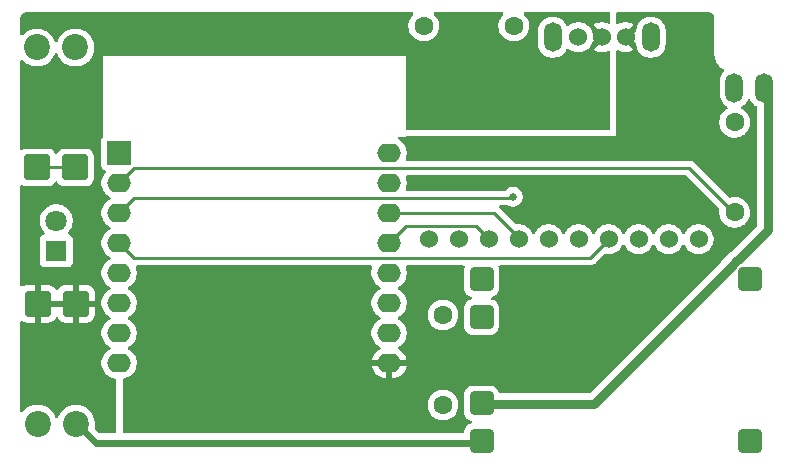
<source format=gbr>
%TF.GenerationSoftware,KiCad,Pcbnew,9.0.2*%
%TF.CreationDate,2025-07-07T21:27:42-04:00*%
%TF.ProjectId,CVISS_IMU_Tracker_Board,43564953-535f-4494-9d55-5f547261636b,rev?*%
%TF.SameCoordinates,Original*%
%TF.FileFunction,Copper,L1,Top*%
%TF.FilePolarity,Positive*%
%FSLAX46Y46*%
G04 Gerber Fmt 4.6, Leading zero omitted, Abs format (unit mm)*
G04 Created by KiCad (PCBNEW 9.0.2) date 2025-07-07 21:27:42*
%MOMM*%
%LPD*%
G01*
G04 APERTURE LIST*
G04 Aperture macros list*
%AMRoundRect*
0 Rectangle with rounded corners*
0 $1 Rounding radius*
0 $2 $3 $4 $5 $6 $7 $8 $9 X,Y pos of 4 corners*
0 Add a 4 corners polygon primitive as box body*
4,1,4,$2,$3,$4,$5,$6,$7,$8,$9,$2,$3,0*
0 Add four circle primitives for the rounded corners*
1,1,$1+$1,$2,$3*
1,1,$1+$1,$4,$5*
1,1,$1+$1,$6,$7*
1,1,$1+$1,$8,$9*
0 Add four rect primitives between the rounded corners*
20,1,$1+$1,$2,$3,$4,$5,0*
20,1,$1+$1,$4,$5,$6,$7,0*
20,1,$1+$1,$6,$7,$8,$9,0*
20,1,$1+$1,$8,$9,$2,$3,0*%
G04 Aperture macros list end*
%TA.AperFunction,ComponentPad*%
%ADD10RoundRect,0.249999X-0.850001X0.850001X-0.850001X-0.850001X0.850001X-0.850001X0.850001X0.850001X0*%
%TD*%
%TA.AperFunction,ComponentPad*%
%ADD11C,2.200000*%
%TD*%
%TA.AperFunction,ComponentPad*%
%ADD12C,1.600000*%
%TD*%
%TA.AperFunction,SMDPad,CuDef*%
%ADD13RoundRect,0.300000X-0.700000X-0.700000X0.700000X-0.700000X0.700000X0.700000X-0.700000X0.700000X0*%
%TD*%
%TA.AperFunction,ComponentPad*%
%ADD14R,2.000000X2.000000*%
%TD*%
%TA.AperFunction,ComponentPad*%
%ADD15O,2.000000X1.600000*%
%TD*%
%TA.AperFunction,ComponentPad*%
%ADD16C,1.530000*%
%TD*%
%TA.AperFunction,ComponentPad*%
%ADD17R,1.800000X1.800000*%
%TD*%
%TA.AperFunction,ComponentPad*%
%ADD18C,1.800000*%
%TD*%
%TA.AperFunction,ComponentPad*%
%ADD19RoundRect,0.249999X0.850001X-0.850001X0.850001X0.850001X-0.850001X0.850001X-0.850001X-0.850001X0*%
%TD*%
%TA.AperFunction,SMDPad,CuDef*%
%ADD20O,1.500000X2.500000*%
%TD*%
%TA.AperFunction,ComponentPad*%
%ADD21O,1.500000X2.500000*%
%TD*%
%TA.AperFunction,ViaPad*%
%ADD22C,1.200000*%
%TD*%
%TA.AperFunction,ViaPad*%
%ADD23C,0.650000*%
%TD*%
%TA.AperFunction,Conductor*%
%ADD24C,0.250000*%
%TD*%
%TA.AperFunction,Conductor*%
%ADD25C,0.600000*%
%TD*%
%TA.AperFunction,Conductor*%
%ADD26C,0.800000*%
%TD*%
G04 APERTURE END LIST*
D10*
%TO.P,D3,1,K*%
%TO.N,+5V*%
X128250000Y-109320000D03*
D11*
%TO.P,D3,2,A*%
%TO.N,/OUT+*%
X128250000Y-119480000D03*
%TD*%
D12*
%TO.P,R2,1*%
%TO.N,Net-(U1-D0)*%
X165310000Y-85790000D03*
%TO.P,R2,2*%
%TO.N,Net-(D1-A)*%
X157690000Y-85790000D03*
%TD*%
D13*
%TO.P,U3,1,OUT+*%
%TO.N,/OUT+*%
X162590000Y-120960000D03*
%TO.P,U3,2,B+*%
%TO.N,/B+*%
X162590000Y-117760000D03*
%TO.P,U3,3,B-*%
%TO.N,GND*%
X162590000Y-110460000D03*
%TO.P,U3,4,OUT-*%
X162590000Y-107260000D03*
%TO.P,U3,5,IN+*%
%TO.N,/IN+*%
X185290000Y-120960000D03*
%TO.P,U3,6,IN-*%
%TO.N,GND*%
X185290000Y-107260000D03*
%TD*%
D14*
%TO.P,U1,1,~{RST}*%
%TO.N,unconnected-(U1-~{RST}-Pad1)*%
X131905000Y-96570000D03*
D15*
%TO.P,U1,2,A0*%
%TO.N,Net-(U1-A0)*%
X131905000Y-99110000D03*
%TO.P,U1,3,D0*%
%TO.N,Net-(U1-D0)*%
X131905000Y-101650000D03*
%TO.P,U1,4,SCK/D5*%
%TO.N,/INT*%
X131905000Y-104190000D03*
%TO.P,U1,5,MISO/D6*%
%TO.N,unconnected-(U1-MISO{slash}D6-Pad5)*%
X131905000Y-106730000D03*
%TO.P,U1,6,MOSI/D7*%
%TO.N,unconnected-(U1-MOSI{slash}D7-Pad6)*%
X131905000Y-109270000D03*
%TO.P,U1,7,CS/D8*%
%TO.N,unconnected-(U1-CS{slash}D8-Pad7)*%
X131905000Y-111810000D03*
%TO.P,U1,8,3V3*%
%TO.N,+3.3V*%
X131905000Y-114350000D03*
%TO.P,U1,9,5V*%
%TO.N,/5V_SW*%
X154765000Y-114350000D03*
%TO.P,U1,10,GND*%
%TO.N,GND*%
X154765000Y-111810000D03*
%TO.P,U1,11,D4*%
%TO.N,unconnected-(U1-D4-Pad11)*%
X154765000Y-109270000D03*
%TO.P,U1,12,D3*%
%TO.N,unconnected-(U1-D3-Pad12)*%
X154765000Y-106730000D03*
%TO.P,U1,13,SDA/D2*%
%TO.N,/SCL*%
X154765000Y-104190000D03*
%TO.P,U1,14,SCL/D1*%
%TO.N,/SDA*%
X154765000Y-101650000D03*
%TO.P,U1,15,RX*%
%TO.N,unconnected-(U1-RX-Pad15)*%
X154765000Y-99110000D03*
%TO.P,U1,16,TX*%
%TO.N,unconnected-(U1-TX-Pad16)*%
X154765000Y-96570000D03*
%TD*%
D16*
%TO.P,U2,1,VCC*%
%TO.N,+3.3V*%
X158110000Y-103860000D03*
%TO.P,U2,2,GND*%
%TO.N,GND*%
X160650000Y-103860000D03*
%TO.P,U2,3,SCL*%
%TO.N,/SCL*%
X163190000Y-103860000D03*
%TO.P,U2,4,SDA*%
%TO.N,/SDA*%
X165730000Y-103860000D03*
%TO.P,U2,5,ADO*%
%TO.N,GND*%
X168270000Y-103860000D03*
%TO.P,U2,6,CS*%
%TO.N,unconnected-(U2-CS-Pad6)*%
X170810000Y-103860000D03*
%TO.P,U2,7,INT*%
%TO.N,/INT*%
X173350000Y-103860000D03*
%TO.P,U2,8,RST*%
%TO.N,unconnected-(U2-RST-Pad8)*%
X175890000Y-103860000D03*
%TO.P,U2,9,PS1*%
%TO.N,unconnected-(U2-PS1-Pad9)*%
X178430000Y-103860000D03*
%TO.P,U2,10,PS0*%
%TO.N,unconnected-(U2-PS0-Pad10)*%
X180970000Y-103860000D03*
%TD*%
D17*
%TO.P,D5,1,K*%
%TO.N,GND*%
X126590000Y-104835000D03*
D18*
%TO.P,D5,2,A*%
%TO.N,/GP_LED*%
X126590000Y-102295000D03*
%TD*%
D19*
%TO.P,D1,1,K*%
%TO.N,/GP_LED*%
X124950000Y-97790000D03*
D11*
%TO.P,D1,2,A*%
%TO.N,Net-(D1-A)*%
X124950000Y-87630000D03*
%TD*%
D10*
%TO.P,D2,1,K*%
%TO.N,+5V*%
X125000000Y-109320000D03*
D11*
%TO.P,D2,2,A*%
%TO.N,/IN+*%
X125000000Y-119480000D03*
%TD*%
D12*
%TO.P,R1,1*%
%TO.N,Net-(U1-A0)*%
X184010000Y-101590000D03*
%TO.P,R1,2*%
%TO.N,/B+*%
X184010000Y-93970000D03*
%TD*%
D20*
%TO.P,U4,1,+*%
%TO.N,/B+*%
X186490000Y-91040000D03*
%TO.P,U4,2,-*%
%TO.N,GND*%
X183990000Y-91040000D03*
%TD*%
D12*
%TO.P,R3,1*%
%TO.N,/IN+*%
X159330000Y-117890000D03*
%TO.P,R3,2*%
%TO.N,/PWR_LED*%
X159330000Y-110270000D03*
%TD*%
D19*
%TO.P,D4,1,K*%
%TO.N,/GP_LED*%
X128200000Y-97790000D03*
D11*
%TO.P,D4,2,A*%
%TO.N,/PWR_LED*%
X128200000Y-87630000D03*
%TD*%
D16*
%TO.P,SW1,1,A*%
%TO.N,+5V*%
X172780000Y-86760000D03*
%TO.P,SW1,2*%
%TO.N,N/C*%
X170780000Y-86760000D03*
D21*
%TO.P,SW1,3*%
X168630000Y-86760000D03*
D16*
%TO.P,SW1,4,B*%
%TO.N,/5V_SW*%
X174780000Y-86760000D03*
D21*
%TO.P,SW1,5*%
%TO.N,N/C*%
X176930000Y-86760000D03*
%TD*%
D22*
%TO.N,GND*%
X183990000Y-91040000D03*
X162590000Y-110460000D03*
X162590000Y-107260000D03*
X185290000Y-107260000D03*
%TO.N,/IN+*%
X185290000Y-120960000D03*
D23*
%TO.N,/B+*%
X186490000Y-91040000D03*
%TO.N,Net-(U1-D0)*%
X165260000Y-100270000D03*
%TD*%
D24*
%TO.N,/GP_LED*%
X128200000Y-97790000D02*
X124950000Y-97790000D01*
%TO.N,/INT*%
X133165000Y-105450000D02*
X131905000Y-104190000D01*
X173350000Y-103860000D02*
X171760000Y-105450000D01*
X171760000Y-105450000D02*
X133165000Y-105450000D01*
%TO.N,/SCL*%
X162099000Y-102769000D02*
X156186000Y-102769000D01*
X156186000Y-102769000D02*
X154765000Y-104190000D01*
X163190000Y-103860000D02*
X162099000Y-102769000D01*
%TO.N,Net-(U1-A0)*%
X131905000Y-99110000D02*
X133185000Y-97830000D01*
X183810000Y-101450000D02*
X184340000Y-101450000D01*
X133185000Y-97830000D02*
X180190000Y-97830000D01*
X180190000Y-97830000D02*
X183810000Y-101450000D01*
%TO.N,Net-(D1-A)*%
X124960000Y-87070000D02*
X124960000Y-87510000D01*
%TO.N,/SDA*%
X165845000Y-103845000D02*
X163650000Y-101650000D01*
X163650000Y-101650000D02*
X154765000Y-101650000D01*
D25*
%TO.N,/OUT+*%
X162600000Y-121010000D02*
X162510000Y-121100000D01*
X129920000Y-121100000D02*
X128300000Y-119480000D01*
X162510000Y-121100000D02*
X129920000Y-121100000D01*
D26*
%TO.N,/B+*%
X186840000Y-91390000D02*
X186840000Y-103090000D01*
X183689000Y-106186792D02*
X183689000Y-106241000D01*
X184271000Y-105659000D02*
X184216792Y-105659000D01*
X186490000Y-91040000D02*
X186840000Y-91390000D01*
X184216792Y-105659000D02*
X183689000Y-106186792D01*
X183689000Y-106241000D02*
X172120000Y-117810000D01*
X172120000Y-117810000D02*
X163190000Y-117810000D01*
X186840000Y-103090000D02*
X184271000Y-105659000D01*
X163190000Y-117810000D02*
X162885000Y-117505000D01*
D25*
%TO.N,+3.3V*%
X158030000Y-104040000D02*
X158150000Y-103920000D01*
X158150000Y-103920000D02*
X158500000Y-103920000D01*
D24*
%TO.N,/PWR_LED*%
X128210000Y-87510000D02*
X128210000Y-87070000D01*
X159330000Y-110390000D02*
X159220000Y-110500000D01*
%TO.N,Net-(U1-D0)*%
X133175000Y-100380000D02*
X131905000Y-101650000D01*
X165150000Y-100380000D02*
X133175000Y-100380000D01*
X165260000Y-100270000D02*
X165260000Y-100310000D01*
%TD*%
%TA.AperFunction,Conductor*%
%TO.N,+5V*%
G36*
X156777992Y-84650185D02*
G01*
X156823747Y-84702989D01*
X156833691Y-84772147D01*
X156804666Y-84835703D01*
X156798634Y-84842181D01*
X156698032Y-84942782D01*
X156698028Y-84942786D01*
X156577715Y-85108386D01*
X156484781Y-85290776D01*
X156421522Y-85485465D01*
X156389500Y-85687648D01*
X156389500Y-85892351D01*
X156421522Y-86094534D01*
X156484781Y-86289223D01*
X156577715Y-86471613D01*
X156698028Y-86637213D01*
X156842786Y-86781971D01*
X156965182Y-86870895D01*
X157008390Y-86902287D01*
X157106901Y-86952481D01*
X157190776Y-86995218D01*
X157190778Y-86995218D01*
X157190781Y-86995220D01*
X157253569Y-87015621D01*
X157385465Y-87058477D01*
X157439321Y-87067007D01*
X157587648Y-87090500D01*
X157587649Y-87090500D01*
X157792351Y-87090500D01*
X157792352Y-87090500D01*
X157994534Y-87058477D01*
X158189219Y-86995220D01*
X158371610Y-86902287D01*
X158464590Y-86834732D01*
X158537213Y-86781971D01*
X158537215Y-86781968D01*
X158537219Y-86781966D01*
X158681966Y-86637219D01*
X158681968Y-86637215D01*
X158681971Y-86637213D01*
X158747577Y-86546912D01*
X158802287Y-86471610D01*
X158895220Y-86289219D01*
X158958477Y-86094534D01*
X158990500Y-85892352D01*
X158990500Y-85687648D01*
X158980272Y-85623071D01*
X158958477Y-85485465D01*
X158895218Y-85290776D01*
X158832130Y-85166961D01*
X158802287Y-85108390D01*
X158760255Y-85050537D01*
X158681971Y-84942786D01*
X158581366Y-84842181D01*
X158547881Y-84780858D01*
X158552865Y-84711166D01*
X158594737Y-84655233D01*
X158660201Y-84630816D01*
X158669047Y-84630500D01*
X164330953Y-84630500D01*
X164397992Y-84650185D01*
X164443747Y-84702989D01*
X164453691Y-84772147D01*
X164424666Y-84835703D01*
X164418634Y-84842181D01*
X164318032Y-84942782D01*
X164318028Y-84942786D01*
X164197715Y-85108386D01*
X164104781Y-85290776D01*
X164041522Y-85485465D01*
X164009500Y-85687648D01*
X164009500Y-85892351D01*
X164041522Y-86094534D01*
X164104781Y-86289223D01*
X164197715Y-86471613D01*
X164318028Y-86637213D01*
X164462786Y-86781971D01*
X164585182Y-86870895D01*
X164628390Y-86902287D01*
X164726901Y-86952481D01*
X164810776Y-86995218D01*
X164810778Y-86995218D01*
X164810781Y-86995220D01*
X164873569Y-87015621D01*
X165005465Y-87058477D01*
X165059321Y-87067007D01*
X165207648Y-87090500D01*
X165207649Y-87090500D01*
X165412351Y-87090500D01*
X165412352Y-87090500D01*
X165614534Y-87058477D01*
X165809219Y-86995220D01*
X165991610Y-86902287D01*
X166084590Y-86834732D01*
X166157213Y-86781971D01*
X166157215Y-86781968D01*
X166157219Y-86781966D01*
X166301966Y-86637219D01*
X166301968Y-86637215D01*
X166301971Y-86637213D01*
X166367577Y-86546912D01*
X166422287Y-86471610D01*
X166515220Y-86289219D01*
X166578477Y-86094534D01*
X166610500Y-85892352D01*
X166610500Y-85687648D01*
X166600272Y-85623071D01*
X166578477Y-85485465D01*
X166515218Y-85290776D01*
X166452130Y-85166961D01*
X166422287Y-85108390D01*
X166380255Y-85050537D01*
X166301971Y-84942786D01*
X166201366Y-84842181D01*
X166167881Y-84780858D01*
X166172865Y-84711166D01*
X166214737Y-84655233D01*
X166280201Y-84630816D01*
X166289047Y-84630500D01*
X173360500Y-84630500D01*
X173427539Y-84650185D01*
X173473294Y-84702989D01*
X173484500Y-84754500D01*
X173484500Y-85496867D01*
X173464815Y-85563906D01*
X173412011Y-85609661D01*
X173342853Y-85619605D01*
X173304205Y-85607352D01*
X173265594Y-85587679D01*
X173076222Y-85526147D01*
X172879563Y-85495000D01*
X172680437Y-85495000D01*
X172483777Y-85526147D01*
X172294405Y-85587679D01*
X172116990Y-85678077D01*
X172079135Y-85705580D01*
X172079135Y-85705581D01*
X172650591Y-86277037D01*
X172587007Y-86294075D01*
X172472993Y-86359901D01*
X172379901Y-86452993D01*
X172314075Y-86567007D01*
X172297037Y-86630591D01*
X171978797Y-86312351D01*
X171955911Y-86278092D01*
X171954997Y-86278559D01*
X171952785Y-86274217D01*
X171862353Y-86096734D01*
X171745269Y-85935582D01*
X171604418Y-85794731D01*
X171443266Y-85677647D01*
X171414655Y-85663069D01*
X171265780Y-85587213D01*
X171076342Y-85525661D01*
X170928782Y-85502290D01*
X170879597Y-85494500D01*
X170680403Y-85494500D01*
X170614822Y-85504887D01*
X170483659Y-85525661D01*
X170483656Y-85525661D01*
X170294219Y-85587213D01*
X170116730Y-85677649D01*
X169956866Y-85793797D01*
X169891060Y-85817277D01*
X169823006Y-85801451D01*
X169774311Y-85751346D01*
X169773496Y-85749774D01*
X169736965Y-85678077D01*
X169699524Y-85604595D01*
X169583828Y-85445354D01*
X169444646Y-85306172D01*
X169285405Y-85190476D01*
X169239254Y-85166961D01*
X169110029Y-85101117D01*
X168922826Y-85040290D01*
X168728422Y-85009500D01*
X168728417Y-85009500D01*
X168531583Y-85009500D01*
X168531578Y-85009500D01*
X168337173Y-85040290D01*
X168149970Y-85101117D01*
X167974594Y-85190476D01*
X167883741Y-85256485D01*
X167815354Y-85306172D01*
X167815352Y-85306174D01*
X167815351Y-85306174D01*
X167676174Y-85445351D01*
X167676174Y-85445352D01*
X167676172Y-85445354D01*
X167626485Y-85513741D01*
X167560476Y-85604594D01*
X167471117Y-85779970D01*
X167410290Y-85967173D01*
X167379500Y-86161577D01*
X167379500Y-87358422D01*
X167410290Y-87552826D01*
X167471117Y-87740029D01*
X167523254Y-87842353D01*
X167560476Y-87915405D01*
X167676172Y-88074646D01*
X167815354Y-88213828D01*
X167974595Y-88329524D01*
X168054034Y-88370000D01*
X168149970Y-88418882D01*
X168149972Y-88418882D01*
X168149975Y-88418884D01*
X168250317Y-88451487D01*
X168337173Y-88479709D01*
X168531578Y-88510500D01*
X168531583Y-88510500D01*
X168728422Y-88510500D01*
X168922826Y-88479709D01*
X169110025Y-88418884D01*
X169285405Y-88329524D01*
X169444646Y-88213828D01*
X169583828Y-88074646D01*
X169699524Y-87915405D01*
X169773496Y-87770226D01*
X169821470Y-87719429D01*
X169889291Y-87702634D01*
X169955426Y-87725171D01*
X169956811Y-87726162D01*
X170116734Y-87842353D01*
X170224344Y-87897183D01*
X170294219Y-87932786D01*
X170483657Y-87994338D01*
X170483658Y-87994338D01*
X170483661Y-87994339D01*
X170680403Y-88025500D01*
X170680404Y-88025500D01*
X170879596Y-88025500D01*
X170879597Y-88025500D01*
X171076339Y-87994339D01*
X171076342Y-87994338D01*
X171076343Y-87994338D01*
X171265780Y-87932786D01*
X171265780Y-87932785D01*
X171265783Y-87932785D01*
X171443266Y-87842353D01*
X171604418Y-87725269D01*
X171745269Y-87584418D01*
X171862353Y-87423266D01*
X171952785Y-87245783D01*
X171952785Y-87245780D01*
X171954997Y-87241441D01*
X171955912Y-87241907D01*
X171978798Y-87207645D01*
X172297036Y-86889406D01*
X172314075Y-86952993D01*
X172379901Y-87067007D01*
X172472993Y-87160099D01*
X172587007Y-87225925D01*
X172650589Y-87242962D01*
X172079134Y-87814417D01*
X172116994Y-87841924D01*
X172294405Y-87932320D01*
X172483777Y-87993852D01*
X172680437Y-88025000D01*
X172879563Y-88025000D01*
X173076222Y-87993852D01*
X173265593Y-87932321D01*
X173304203Y-87912648D01*
X173372872Y-87899751D01*
X173437613Y-87926026D01*
X173477871Y-87983132D01*
X173484500Y-88023132D01*
X173484500Y-94474960D01*
X173464815Y-94541999D01*
X173412011Y-94587754D01*
X173360937Y-94598959D01*
X156279437Y-94659175D01*
X156212329Y-94639727D01*
X156166388Y-94587085D01*
X156155000Y-94535176D01*
X156155000Y-88370000D01*
X130555000Y-88370000D01*
X130555000Y-95161102D01*
X130535315Y-95228141D01*
X130530267Y-95235413D01*
X130461203Y-95327669D01*
X130461202Y-95327671D01*
X130410908Y-95462517D01*
X130404501Y-95522116D01*
X130404501Y-95522123D01*
X130404500Y-95522135D01*
X130404500Y-97617870D01*
X130404501Y-97617876D01*
X130410908Y-97677483D01*
X130461202Y-97812328D01*
X130461206Y-97812335D01*
X130547452Y-97927544D01*
X130547455Y-97927547D01*
X130662664Y-98013793D01*
X130662673Y-98013798D01*
X130699914Y-98027688D01*
X130755848Y-98069559D01*
X130780266Y-98135023D01*
X130765415Y-98203296D01*
X130744265Y-98231550D01*
X130713027Y-98262787D01*
X130592715Y-98428386D01*
X130499781Y-98610776D01*
X130436522Y-98805465D01*
X130404500Y-99007648D01*
X130404500Y-99212351D01*
X130436522Y-99414534D01*
X130499781Y-99609223D01*
X130563691Y-99734653D01*
X130573804Y-99754500D01*
X130592715Y-99791613D01*
X130713028Y-99957213D01*
X130857786Y-100101971D01*
X131012749Y-100214556D01*
X131023390Y-100222287D01*
X131114840Y-100268883D01*
X131116080Y-100269515D01*
X131166876Y-100317490D01*
X131183671Y-100385311D01*
X131161134Y-100451446D01*
X131116080Y-100490485D01*
X131023386Y-100537715D01*
X130857786Y-100658028D01*
X130713028Y-100802786D01*
X130592715Y-100968386D01*
X130499781Y-101150776D01*
X130436522Y-101345465D01*
X130407702Y-101527429D01*
X130404500Y-101547648D01*
X130404500Y-101752352D01*
X130405299Y-101757394D01*
X130436522Y-101954534D01*
X130499781Y-102149223D01*
X130561292Y-102269943D01*
X130590239Y-102326755D01*
X130592715Y-102331613D01*
X130713028Y-102497213D01*
X130857786Y-102641971D01*
X131012749Y-102754556D01*
X131023390Y-102762287D01*
X131113211Y-102808053D01*
X131116080Y-102809515D01*
X131166876Y-102857490D01*
X131183671Y-102925311D01*
X131161134Y-102991446D01*
X131116080Y-103030485D01*
X131023386Y-103077715D01*
X130857786Y-103198028D01*
X130713028Y-103342786D01*
X130592715Y-103508386D01*
X130499781Y-103690776D01*
X130436522Y-103885465D01*
X130404500Y-104087648D01*
X130404500Y-104292351D01*
X130436522Y-104494534D01*
X130499781Y-104689223D01*
X130592715Y-104871613D01*
X130713028Y-105037213D01*
X130857786Y-105181971D01*
X130994546Y-105281331D01*
X131023390Y-105302287D01*
X131105855Y-105344305D01*
X131116080Y-105349515D01*
X131166876Y-105397490D01*
X131183671Y-105465311D01*
X131161134Y-105531446D01*
X131116080Y-105570485D01*
X131023386Y-105617715D01*
X130857786Y-105738028D01*
X130713028Y-105882786D01*
X130592715Y-106048386D01*
X130499781Y-106230776D01*
X130436522Y-106425465D01*
X130404500Y-106627648D01*
X130404500Y-106832351D01*
X130436522Y-107034534D01*
X130499781Y-107229223D01*
X130592715Y-107411613D01*
X130713028Y-107577213D01*
X130857786Y-107721971D01*
X130945428Y-107785645D01*
X131023390Y-107842287D01*
X131114840Y-107888883D01*
X131116080Y-107889515D01*
X131166876Y-107937490D01*
X131183671Y-108005311D01*
X131161134Y-108071446D01*
X131116080Y-108110485D01*
X131023386Y-108157715D01*
X130857786Y-108278028D01*
X130713028Y-108422786D01*
X130592715Y-108588386D01*
X130499781Y-108770776D01*
X130436522Y-108965465D01*
X130404500Y-109167648D01*
X130404500Y-109372351D01*
X130436522Y-109574534D01*
X130499781Y-109769223D01*
X130592715Y-109951613D01*
X130713028Y-110117213D01*
X130857786Y-110261971D01*
X131012749Y-110374556D01*
X131023390Y-110382287D01*
X131114840Y-110428883D01*
X131116080Y-110429515D01*
X131166876Y-110477490D01*
X131183671Y-110545311D01*
X131161134Y-110611446D01*
X131116080Y-110650485D01*
X131023386Y-110697715D01*
X130857786Y-110818028D01*
X130713028Y-110962786D01*
X130592715Y-111128386D01*
X130499781Y-111310776D01*
X130436522Y-111505465D01*
X130404500Y-111707648D01*
X130404500Y-111912351D01*
X130436522Y-112114534D01*
X130499781Y-112309223D01*
X130592715Y-112491613D01*
X130713028Y-112657213D01*
X130857786Y-112801971D01*
X131012749Y-112914556D01*
X131023390Y-112922287D01*
X131114840Y-112968883D01*
X131116080Y-112969515D01*
X131166876Y-113017490D01*
X131183671Y-113085311D01*
X131161134Y-113151446D01*
X131116080Y-113190485D01*
X131023386Y-113237715D01*
X130857786Y-113358028D01*
X130713028Y-113502786D01*
X130592715Y-113668386D01*
X130499781Y-113850776D01*
X130436522Y-114045465D01*
X130404500Y-114247648D01*
X130404500Y-114452351D01*
X130436522Y-114654534D01*
X130499781Y-114849223D01*
X130592715Y-115031613D01*
X130713028Y-115197213D01*
X130857786Y-115341971D01*
X131012749Y-115454556D01*
X131023390Y-115462287D01*
X131139607Y-115521503D01*
X131205776Y-115555218D01*
X131205778Y-115555218D01*
X131205781Y-115555220D01*
X131310137Y-115589127D01*
X131400465Y-115618477D01*
X131419690Y-115621521D01*
X131505399Y-115635097D01*
X131568532Y-115665025D01*
X131605464Y-115724336D01*
X131610000Y-115757569D01*
X131610000Y-120175500D01*
X131590315Y-120242539D01*
X131537511Y-120288294D01*
X131486000Y-120299500D01*
X130302940Y-120299500D01*
X130235901Y-120279815D01*
X130215259Y-120263181D01*
X129855187Y-119903109D01*
X129821702Y-119841786D01*
X129820395Y-119796034D01*
X129850500Y-119605962D01*
X129850500Y-119354038D01*
X129811090Y-119105215D01*
X129733241Y-118865621D01*
X129733239Y-118865618D01*
X129733239Y-118865616D01*
X129691747Y-118784184D01*
X129618870Y-118641155D01*
X129599952Y-118615117D01*
X129470798Y-118437350D01*
X129470794Y-118437345D01*
X129292654Y-118259205D01*
X129292649Y-118259201D01*
X129088848Y-118111132D01*
X129088847Y-118111131D01*
X129088845Y-118111130D01*
X129018747Y-118075413D01*
X128864383Y-117996760D01*
X128624785Y-117918910D01*
X128375962Y-117879500D01*
X128124038Y-117879500D01*
X127999626Y-117899205D01*
X127875214Y-117918910D01*
X127635616Y-117996760D01*
X127411151Y-118111132D01*
X127207350Y-118259201D01*
X127207345Y-118259205D01*
X127029205Y-118437345D01*
X127029201Y-118437350D01*
X126881132Y-118641151D01*
X126766760Y-118865616D01*
X126742931Y-118938956D01*
X126703493Y-118996631D01*
X126639134Y-119023829D01*
X126570288Y-119011914D01*
X126518812Y-118964669D01*
X126507069Y-118938956D01*
X126483239Y-118865616D01*
X126441747Y-118784184D01*
X126368870Y-118641155D01*
X126349952Y-118615117D01*
X126220798Y-118437350D01*
X126220794Y-118437345D01*
X126042654Y-118259205D01*
X126042649Y-118259201D01*
X125838848Y-118111132D01*
X125838847Y-118111131D01*
X125838845Y-118111130D01*
X125768747Y-118075413D01*
X125614383Y-117996760D01*
X125374785Y-117918910D01*
X125125962Y-117879500D01*
X124874038Y-117879500D01*
X124749626Y-117899205D01*
X124625214Y-117918910D01*
X124385616Y-117996760D01*
X124161151Y-118111132D01*
X123957350Y-118259201D01*
X123957345Y-118259205D01*
X123779205Y-118437345D01*
X123764818Y-118457148D01*
X123709487Y-118499813D01*
X123639874Y-118505792D01*
X123578079Y-118473186D01*
X123543722Y-118412347D01*
X123540500Y-118384262D01*
X123540500Y-110897426D01*
X123560185Y-110830387D01*
X123612989Y-110784632D01*
X123682147Y-110774688D01*
X123729597Y-110791888D01*
X123830869Y-110854354D01*
X123830880Y-110854359D01*
X123997302Y-110909505D01*
X124100019Y-110919999D01*
X124749999Y-110919999D01*
X124750000Y-110919998D01*
X124750000Y-109810747D01*
X124787708Y-109832518D01*
X124927591Y-109870000D01*
X125072409Y-109870000D01*
X125212292Y-109832518D01*
X125250000Y-109810747D01*
X125250000Y-110919999D01*
X125899972Y-110919999D01*
X125899986Y-110919998D01*
X126002696Y-110909505D01*
X126002698Y-110909505D01*
X126169119Y-110854359D01*
X126169130Y-110854354D01*
X126318340Y-110762319D01*
X126318344Y-110762316D01*
X126442316Y-110638344D01*
X126442319Y-110638340D01*
X126519462Y-110513274D01*
X126571410Y-110466549D01*
X126640372Y-110455328D01*
X126704454Y-110483171D01*
X126730538Y-110513274D01*
X126807680Y-110638340D01*
X126807683Y-110638344D01*
X126931655Y-110762316D01*
X126931659Y-110762319D01*
X127080869Y-110854354D01*
X127080880Y-110854359D01*
X127247302Y-110909505D01*
X127350019Y-110919999D01*
X127999999Y-110919999D01*
X128000000Y-110919998D01*
X128000000Y-109810747D01*
X128037708Y-109832518D01*
X128177591Y-109870000D01*
X128322409Y-109870000D01*
X128462292Y-109832518D01*
X128500000Y-109810747D01*
X128500000Y-110919999D01*
X129149972Y-110919999D01*
X129149986Y-110919998D01*
X129252696Y-110909505D01*
X129252698Y-110909505D01*
X129419119Y-110854359D01*
X129419130Y-110854354D01*
X129568340Y-110762319D01*
X129568344Y-110762316D01*
X129692316Y-110638344D01*
X129692319Y-110638340D01*
X129784354Y-110489130D01*
X129784359Y-110489119D01*
X129839505Y-110322697D01*
X129849999Y-110219986D01*
X129850000Y-110219973D01*
X129850000Y-109570000D01*
X128740748Y-109570000D01*
X128762518Y-109532292D01*
X128800000Y-109392409D01*
X128800000Y-109247591D01*
X128762518Y-109107708D01*
X128740748Y-109070000D01*
X129849999Y-109070000D01*
X129849999Y-108420028D01*
X129849998Y-108420013D01*
X129839505Y-108317303D01*
X129839505Y-108317301D01*
X129784359Y-108150880D01*
X129784354Y-108150869D01*
X129692319Y-108001659D01*
X129692316Y-108001655D01*
X129568344Y-107877683D01*
X129568340Y-107877680D01*
X129419130Y-107785645D01*
X129419119Y-107785640D01*
X129252697Y-107730494D01*
X129149986Y-107720000D01*
X128500000Y-107720000D01*
X128500000Y-108829252D01*
X128462292Y-108807482D01*
X128322409Y-108770000D01*
X128177591Y-108770000D01*
X128037708Y-108807482D01*
X128000000Y-108829252D01*
X128000000Y-107720000D01*
X127350028Y-107720000D01*
X127350012Y-107720001D01*
X127247303Y-107730494D01*
X127247301Y-107730494D01*
X127080880Y-107785640D01*
X127080869Y-107785645D01*
X126931659Y-107877680D01*
X126931655Y-107877683D01*
X126807682Y-108001656D01*
X126730538Y-108126726D01*
X126678590Y-108173450D01*
X126609627Y-108184671D01*
X126545545Y-108156828D01*
X126519462Y-108126726D01*
X126442317Y-108001656D01*
X126318344Y-107877683D01*
X126318340Y-107877680D01*
X126169130Y-107785645D01*
X126169119Y-107785640D01*
X126002697Y-107730494D01*
X125899986Y-107720000D01*
X125250000Y-107720000D01*
X125250000Y-108829252D01*
X125212292Y-108807482D01*
X125072409Y-108770000D01*
X124927591Y-108770000D01*
X124787708Y-108807482D01*
X124750000Y-108829252D01*
X124750000Y-107720000D01*
X124100028Y-107720000D01*
X124100012Y-107720001D01*
X123997303Y-107730494D01*
X123997301Y-107730494D01*
X123830880Y-107785640D01*
X123830875Y-107785642D01*
X123729597Y-107848112D01*
X123662204Y-107866552D01*
X123595541Y-107845629D01*
X123550771Y-107791987D01*
X123540500Y-107742573D01*
X123540500Y-102184778D01*
X125189500Y-102184778D01*
X125189500Y-102405221D01*
X125223985Y-102622952D01*
X125292103Y-102832603D01*
X125292104Y-102832606D01*
X125392187Y-103029025D01*
X125521752Y-103207358D01*
X125521756Y-103207363D01*
X125571928Y-103257535D01*
X125605413Y-103318858D01*
X125600429Y-103388550D01*
X125558557Y-103444483D01*
X125527581Y-103461398D01*
X125447669Y-103491203D01*
X125447664Y-103491206D01*
X125332455Y-103577452D01*
X125332452Y-103577455D01*
X125246206Y-103692664D01*
X125246202Y-103692671D01*
X125195908Y-103827517D01*
X125189501Y-103887116D01*
X125189501Y-103887123D01*
X125189500Y-103887135D01*
X125189500Y-105782870D01*
X125189501Y-105782876D01*
X125195908Y-105842483D01*
X125246202Y-105977328D01*
X125246206Y-105977335D01*
X125332452Y-106092544D01*
X125332455Y-106092547D01*
X125447664Y-106178793D01*
X125447671Y-106178797D01*
X125582517Y-106229091D01*
X125582516Y-106229091D01*
X125589444Y-106229835D01*
X125642127Y-106235500D01*
X127537872Y-106235499D01*
X127597483Y-106229091D01*
X127732331Y-106178796D01*
X127847546Y-106092546D01*
X127933796Y-105977331D01*
X127984091Y-105842483D01*
X127990500Y-105782873D01*
X127990499Y-103887128D01*
X127984091Y-103827517D01*
X127974706Y-103802355D01*
X127933797Y-103692671D01*
X127933793Y-103692664D01*
X127847547Y-103577455D01*
X127847544Y-103577452D01*
X127732335Y-103491206D01*
X127732328Y-103491202D01*
X127652419Y-103461398D01*
X127596485Y-103419527D01*
X127572068Y-103354062D01*
X127586920Y-103285789D01*
X127608069Y-103257537D01*
X127658242Y-103207365D01*
X127787815Y-103029022D01*
X127887895Y-102832606D01*
X127956015Y-102622951D01*
X127990500Y-102405222D01*
X127990500Y-102184778D01*
X127956015Y-101967049D01*
X127893993Y-101776161D01*
X127887896Y-101757396D01*
X127887895Y-101757393D01*
X127834482Y-101652566D01*
X127787815Y-101560978D01*
X127763440Y-101527429D01*
X127658247Y-101382641D01*
X127658243Y-101382636D01*
X127502363Y-101226756D01*
X127502358Y-101226752D01*
X127324025Y-101097187D01*
X127324024Y-101097186D01*
X127324022Y-101097185D01*
X127261096Y-101065122D01*
X127127606Y-100997104D01*
X127127603Y-100997103D01*
X126917952Y-100928985D01*
X126798451Y-100910058D01*
X126700222Y-100894500D01*
X126479778Y-100894500D01*
X126407201Y-100905995D01*
X126262047Y-100928985D01*
X126052396Y-100997103D01*
X126052393Y-100997104D01*
X125855974Y-101097187D01*
X125677641Y-101226752D01*
X125677636Y-101226756D01*
X125521756Y-101382636D01*
X125521752Y-101382641D01*
X125392187Y-101560974D01*
X125292104Y-101757393D01*
X125292103Y-101757396D01*
X125223985Y-101967047D01*
X125189500Y-102184778D01*
X123540500Y-102184778D01*
X123540500Y-99398853D01*
X123560185Y-99331814D01*
X123612989Y-99286059D01*
X123682147Y-99276115D01*
X123729597Y-99293315D01*
X123780656Y-99324809D01*
X123780659Y-99324810D01*
X123780665Y-99324814D01*
X123947202Y-99379999D01*
X124049990Y-99390500D01*
X124049995Y-99390500D01*
X125850005Y-99390500D01*
X125850010Y-99390500D01*
X125952798Y-99379999D01*
X126119335Y-99324814D01*
X126268656Y-99232712D01*
X126392712Y-99108656D01*
X126469462Y-98984223D01*
X126521409Y-98937501D01*
X126590372Y-98926278D01*
X126654454Y-98954122D01*
X126680536Y-98984222D01*
X126757288Y-99108656D01*
X126881344Y-99232712D01*
X127030665Y-99324814D01*
X127197202Y-99379999D01*
X127299990Y-99390500D01*
X127299995Y-99390500D01*
X129100005Y-99390500D01*
X129100010Y-99390500D01*
X129202798Y-99379999D01*
X129369335Y-99324814D01*
X129518656Y-99232712D01*
X129642712Y-99108656D01*
X129734814Y-98959335D01*
X129789999Y-98792798D01*
X129800500Y-98690010D01*
X129800500Y-96889990D01*
X129789999Y-96787202D01*
X129734814Y-96620665D01*
X129642712Y-96471344D01*
X129518656Y-96347288D01*
X129369335Y-96255186D01*
X129202798Y-96200001D01*
X129202796Y-96200000D01*
X129100017Y-96189500D01*
X129100010Y-96189500D01*
X127299990Y-96189500D01*
X127299982Y-96189500D01*
X127197203Y-96200000D01*
X127197202Y-96200001D01*
X127114669Y-96227349D01*
X127030667Y-96255185D01*
X127030662Y-96255187D01*
X126881342Y-96347289D01*
X126757289Y-96471342D01*
X126680539Y-96595774D01*
X126628591Y-96642499D01*
X126559628Y-96653720D01*
X126495546Y-96625877D01*
X126469461Y-96595774D01*
X126392712Y-96471344D01*
X126268656Y-96347288D01*
X126119335Y-96255186D01*
X125952798Y-96200001D01*
X125952796Y-96200000D01*
X125850017Y-96189500D01*
X125850010Y-96189500D01*
X124049990Y-96189500D01*
X124049982Y-96189500D01*
X123947203Y-96200000D01*
X123947202Y-96200001D01*
X123864669Y-96227349D01*
X123780667Y-96255185D01*
X123780658Y-96255189D01*
X123729596Y-96286685D01*
X123662204Y-96305125D01*
X123595540Y-96284202D01*
X123550771Y-96230560D01*
X123540500Y-96181146D01*
X123540500Y-88783311D01*
X123560185Y-88716272D01*
X123612989Y-88670517D01*
X123682147Y-88660573D01*
X123745703Y-88689598D01*
X123752181Y-88695630D01*
X123907345Y-88850794D01*
X123907350Y-88850798D01*
X124006248Y-88922651D01*
X124111155Y-88998870D01*
X124254184Y-89071747D01*
X124335616Y-89113239D01*
X124335618Y-89113239D01*
X124335621Y-89113241D01*
X124575215Y-89191090D01*
X124824038Y-89230500D01*
X124824039Y-89230500D01*
X125075961Y-89230500D01*
X125075962Y-89230500D01*
X125324785Y-89191090D01*
X125564379Y-89113241D01*
X125788845Y-88998870D01*
X125992656Y-88850793D01*
X126170793Y-88672656D01*
X126318870Y-88468845D01*
X126433241Y-88244379D01*
X126457069Y-88171041D01*
X126496507Y-88113368D01*
X126560866Y-88086170D01*
X126629712Y-88098085D01*
X126681188Y-88145329D01*
X126692931Y-88171043D01*
X126716760Y-88244383D01*
X126754491Y-88318433D01*
X126826171Y-88459113D01*
X126831132Y-88468848D01*
X126979201Y-88672649D01*
X126979205Y-88672654D01*
X127157345Y-88850794D01*
X127157350Y-88850798D01*
X127256248Y-88922651D01*
X127361155Y-88998870D01*
X127504184Y-89071747D01*
X127585616Y-89113239D01*
X127585618Y-89113239D01*
X127585621Y-89113241D01*
X127825215Y-89191090D01*
X128074038Y-89230500D01*
X128074039Y-89230500D01*
X128325961Y-89230500D01*
X128325962Y-89230500D01*
X128574785Y-89191090D01*
X128814379Y-89113241D01*
X129038845Y-88998870D01*
X129242656Y-88850793D01*
X129420793Y-88672656D01*
X129568870Y-88468845D01*
X129683241Y-88244379D01*
X129761090Y-88004785D01*
X129800500Y-87755962D01*
X129800500Y-87504038D01*
X129761090Y-87255215D01*
X129683241Y-87015621D01*
X129683239Y-87015618D01*
X129683239Y-87015616D01*
X129629637Y-86910418D01*
X129568870Y-86791155D01*
X129546234Y-86759999D01*
X129420798Y-86587350D01*
X129420794Y-86587345D01*
X129242654Y-86409205D01*
X129242649Y-86409201D01*
X129038848Y-86261132D01*
X129038847Y-86261131D01*
X129038845Y-86261130D01*
X128921538Y-86201359D01*
X128814383Y-86146760D01*
X128574785Y-86068910D01*
X128325962Y-86029500D01*
X128074038Y-86029500D01*
X127994719Y-86042063D01*
X127825214Y-86068910D01*
X127585616Y-86146760D01*
X127361151Y-86261132D01*
X127157350Y-86409201D01*
X127157345Y-86409205D01*
X126979205Y-86587345D01*
X126979201Y-86587350D01*
X126831132Y-86791151D01*
X126716760Y-87015616D01*
X126692931Y-87088956D01*
X126653493Y-87146631D01*
X126589134Y-87173829D01*
X126520288Y-87161914D01*
X126468812Y-87114669D01*
X126457069Y-87088956D01*
X126433239Y-87015616D01*
X126379637Y-86910418D01*
X126318870Y-86791155D01*
X126296234Y-86759999D01*
X126170798Y-86587350D01*
X126170794Y-86587345D01*
X125992654Y-86409205D01*
X125992649Y-86409201D01*
X125788848Y-86261132D01*
X125788847Y-86261131D01*
X125788845Y-86261130D01*
X125671538Y-86201359D01*
X125564383Y-86146760D01*
X125324785Y-86068910D01*
X125075962Y-86029500D01*
X124824038Y-86029500D01*
X124744719Y-86042063D01*
X124575214Y-86068910D01*
X124335616Y-86146760D01*
X124111151Y-86261132D01*
X123907350Y-86409201D01*
X123907345Y-86409205D01*
X123752181Y-86564370D01*
X123690858Y-86597855D01*
X123621166Y-86592871D01*
X123565233Y-86550999D01*
X123540816Y-86485535D01*
X123540500Y-86476689D01*
X123540500Y-85166961D01*
X123541280Y-85153078D01*
X123552211Y-85056062D01*
X123558390Y-85028990D01*
X123588324Y-84943444D01*
X123600371Y-84918428D01*
X123637667Y-84859070D01*
X123648588Y-84841689D01*
X123665897Y-84819984D01*
X123729984Y-84755897D01*
X123751690Y-84738588D01*
X123828428Y-84690371D01*
X123853444Y-84678324D01*
X123938990Y-84648390D01*
X123966059Y-84642211D01*
X124045746Y-84633232D01*
X124063078Y-84631280D01*
X124076961Y-84630500D01*
X124135892Y-84630500D01*
X156710953Y-84630500D01*
X156777992Y-84650185D01*
G37*
%TD.AperFunction*%
%TA.AperFunction,Conductor*%
G36*
X127737482Y-109107708D02*
G01*
X127700000Y-109247591D01*
X127700000Y-109392409D01*
X127737482Y-109532292D01*
X127759252Y-109570000D01*
X125490748Y-109570000D01*
X125512518Y-109532292D01*
X125550000Y-109392409D01*
X125550000Y-109247591D01*
X125512518Y-109107708D01*
X125490748Y-109070000D01*
X127759252Y-109070000D01*
X127737482Y-109107708D01*
G37*
%TD.AperFunction*%
%TD*%
%TA.AperFunction,Conductor*%
%TO.N,/5V_SW*%
G36*
X181766922Y-84631279D02*
G01*
X181863940Y-84642211D01*
X181891009Y-84648390D01*
X181976555Y-84678324D01*
X182001571Y-84690371D01*
X182078309Y-84738588D01*
X182100019Y-84755901D01*
X182164098Y-84819980D01*
X182181411Y-84841690D01*
X182229628Y-84918428D01*
X182241675Y-84943444D01*
X182271609Y-85028990D01*
X182277788Y-85056060D01*
X182288720Y-85153076D01*
X182289500Y-85166961D01*
X182289500Y-88209462D01*
X182320655Y-88426157D01*
X182320658Y-88426167D01*
X182382336Y-88636221D01*
X182421663Y-88722336D01*
X182473280Y-88835363D01*
X182473283Y-88835368D01*
X182591641Y-89019536D01*
X182735008Y-89184991D01*
X182900463Y-89328358D01*
X183084636Y-89446719D01*
X183084647Y-89446724D01*
X183088121Y-89448621D01*
X183137531Y-89498022D01*
X183152389Y-89566294D01*
X183127978Y-89631760D01*
X183116386Y-89645140D01*
X183036171Y-89725355D01*
X182920476Y-89884594D01*
X182831117Y-90059970D01*
X182770290Y-90247173D01*
X182739500Y-90441577D01*
X182739500Y-91638422D01*
X182770290Y-91832826D01*
X182831117Y-92020029D01*
X182920476Y-92195405D01*
X183036172Y-92354646D01*
X183175354Y-92493828D01*
X183294784Y-92580600D01*
X183334596Y-92609525D01*
X183358201Y-92621552D01*
X183408997Y-92669526D01*
X183425793Y-92737347D01*
X183403256Y-92803482D01*
X183358205Y-92842520D01*
X183328388Y-92857713D01*
X183162786Y-92978028D01*
X183018028Y-93122786D01*
X182897715Y-93288386D01*
X182804781Y-93470776D01*
X182741522Y-93665465D01*
X182709500Y-93867648D01*
X182709500Y-94072351D01*
X182741522Y-94274534D01*
X182804781Y-94469223D01*
X182897715Y-94651613D01*
X183018028Y-94817213D01*
X183162786Y-94961971D01*
X183317749Y-95074556D01*
X183328390Y-95082287D01*
X183444607Y-95141503D01*
X183510776Y-95175218D01*
X183510778Y-95175218D01*
X183510781Y-95175220D01*
X183615137Y-95209127D01*
X183705465Y-95238477D01*
X183806557Y-95254488D01*
X183907648Y-95270500D01*
X183907649Y-95270500D01*
X184112351Y-95270500D01*
X184112352Y-95270500D01*
X184314534Y-95238477D01*
X184509219Y-95175220D01*
X184691610Y-95082287D01*
X184784590Y-95014732D01*
X184857213Y-94961971D01*
X184857215Y-94961968D01*
X184857219Y-94961966D01*
X185001966Y-94817219D01*
X185001968Y-94817215D01*
X185001971Y-94817213D01*
X185054732Y-94744590D01*
X185122287Y-94651610D01*
X185215220Y-94469219D01*
X185278477Y-94274534D01*
X185310500Y-94072352D01*
X185310500Y-93867648D01*
X185278477Y-93665466D01*
X185215220Y-93470781D01*
X185215218Y-93470778D01*
X185215218Y-93470776D01*
X185181503Y-93404607D01*
X185122287Y-93288390D01*
X185114556Y-93277749D01*
X185001971Y-93122786D01*
X184857213Y-92978028D01*
X184691613Y-92857715D01*
X184691612Y-92857714D01*
X184691610Y-92857713D01*
X184641796Y-92832331D01*
X184591001Y-92784357D01*
X184574206Y-92716536D01*
X184596744Y-92650401D01*
X184641800Y-92611361D01*
X184645403Y-92609525D01*
X184645402Y-92609525D01*
X184645405Y-92609524D01*
X184804646Y-92493828D01*
X184943828Y-92354646D01*
X185059524Y-92195405D01*
X185129515Y-92058038D01*
X185177489Y-92007243D01*
X185245310Y-91990448D01*
X185311445Y-92012985D01*
X185350484Y-92058038D01*
X185420476Y-92195405D01*
X185536172Y-92354646D01*
X185675354Y-92493828D01*
X185765251Y-92559142D01*
X185834590Y-92609521D01*
X185834591Y-92609521D01*
X185834595Y-92609524D01*
X185871795Y-92628478D01*
X185922590Y-92676450D01*
X185939500Y-92738962D01*
X185939500Y-102665637D01*
X185919815Y-102732676D01*
X185903181Y-102753318D01*
X183814566Y-104841932D01*
X183795735Y-104857381D01*
X183790478Y-104860890D01*
X183790245Y-104860987D01*
X183690070Y-104927922D01*
X183689500Y-104928303D01*
X183689501Y-104928303D01*
X183642754Y-104959537D01*
X182989533Y-105612758D01*
X182976378Y-105632449D01*
X182976376Y-105632452D01*
X182890987Y-105760245D01*
X182890890Y-105760478D01*
X182887373Y-105765746D01*
X182883510Y-105768976D01*
X182871930Y-105784569D01*
X171783319Y-116873181D01*
X171721996Y-116906666D01*
X171695638Y-116909500D01*
X164173412Y-116909500D01*
X164106373Y-116889815D01*
X164060618Y-116837011D01*
X164056375Y-116826468D01*
X164015789Y-116710478D01*
X163919816Y-116557738D01*
X163792262Y-116430184D01*
X163639523Y-116334211D01*
X163469254Y-116274631D01*
X163469249Y-116274630D01*
X163334960Y-116259500D01*
X163334954Y-116259500D01*
X161845046Y-116259500D01*
X161845039Y-116259500D01*
X161710750Y-116274630D01*
X161710745Y-116274631D01*
X161540476Y-116334211D01*
X161387737Y-116430184D01*
X161260184Y-116557737D01*
X161164211Y-116710476D01*
X161104631Y-116880745D01*
X161104630Y-116880750D01*
X161089500Y-117015039D01*
X161089500Y-118504960D01*
X161104630Y-118639249D01*
X161104631Y-118639253D01*
X161164211Y-118809523D01*
X161260184Y-118962262D01*
X161387738Y-119089816D01*
X161540478Y-119185789D01*
X161540480Y-119185790D01*
X161703857Y-119242959D01*
X161760633Y-119283680D01*
X161786380Y-119348633D01*
X161772924Y-119417195D01*
X161724536Y-119467597D01*
X161703857Y-119477041D01*
X161540480Y-119534209D01*
X161387737Y-119630184D01*
X161260184Y-119757737D01*
X161164211Y-119910476D01*
X161104631Y-120080745D01*
X161104630Y-120080750D01*
X161092391Y-120189383D01*
X161065325Y-120253797D01*
X161007730Y-120293353D01*
X160969171Y-120299500D01*
X132344000Y-120299500D01*
X132276961Y-120279815D01*
X132231206Y-120227011D01*
X132220000Y-120175500D01*
X132220000Y-117787648D01*
X158029500Y-117787648D01*
X158029500Y-117992351D01*
X158061522Y-118194534D01*
X158124781Y-118389223D01*
X158217715Y-118571613D01*
X158338028Y-118737213D01*
X158482786Y-118881971D01*
X158637749Y-118994556D01*
X158648390Y-119002287D01*
X158764607Y-119061503D01*
X158830776Y-119095218D01*
X158830778Y-119095218D01*
X158830781Y-119095220D01*
X158935137Y-119129127D01*
X159025465Y-119158477D01*
X159126557Y-119174488D01*
X159227648Y-119190500D01*
X159227649Y-119190500D01*
X159432351Y-119190500D01*
X159432352Y-119190500D01*
X159634534Y-119158477D01*
X159829219Y-119095220D01*
X160011610Y-119002287D01*
X160104590Y-118934732D01*
X160177213Y-118881971D01*
X160177215Y-118881968D01*
X160177219Y-118881966D01*
X160321966Y-118737219D01*
X160321968Y-118737215D01*
X160321971Y-118737213D01*
X160393145Y-118639249D01*
X160442287Y-118571610D01*
X160535220Y-118389219D01*
X160598477Y-118194534D01*
X160630500Y-117992352D01*
X160630500Y-117787648D01*
X160598477Y-117585466D01*
X160535220Y-117390781D01*
X160535218Y-117390778D01*
X160535218Y-117390776D01*
X160501503Y-117324607D01*
X160442287Y-117208390D01*
X160434556Y-117197749D01*
X160321971Y-117042786D01*
X160177213Y-116898028D01*
X160011613Y-116777715D01*
X160011612Y-116777714D01*
X160011610Y-116777713D01*
X159954653Y-116748691D01*
X159829223Y-116684781D01*
X159634534Y-116621522D01*
X159459995Y-116593878D01*
X159432352Y-116589500D01*
X159227648Y-116589500D01*
X159203329Y-116593351D01*
X159025465Y-116621522D01*
X158830776Y-116684781D01*
X158648386Y-116777715D01*
X158482786Y-116898028D01*
X158338028Y-117042786D01*
X158217715Y-117208386D01*
X158124781Y-117390776D01*
X158061522Y-117585465D01*
X158029500Y-117787648D01*
X132220000Y-117787648D01*
X132220000Y-115754401D01*
X132239685Y-115687362D01*
X132292489Y-115641607D01*
X132324591Y-115631930D01*
X132409534Y-115618477D01*
X132604219Y-115555220D01*
X132786610Y-115462287D01*
X132879590Y-115394732D01*
X132952213Y-115341971D01*
X132952215Y-115341968D01*
X132952219Y-115341966D01*
X133096966Y-115197219D01*
X133096968Y-115197215D01*
X133096971Y-115197213D01*
X133149732Y-115124590D01*
X133217287Y-115031610D01*
X133310220Y-114849219D01*
X133373477Y-114654534D01*
X133405500Y-114452352D01*
X133405500Y-114247648D01*
X133394200Y-114176306D01*
X133373477Y-114045465D01*
X133344127Y-113955137D01*
X133310220Y-113850781D01*
X133310218Y-113850778D01*
X133310218Y-113850776D01*
X133217419Y-113668650D01*
X133217287Y-113668390D01*
X133209556Y-113657749D01*
X133096971Y-113502786D01*
X132952213Y-113358028D01*
X132786614Y-113237715D01*
X132780006Y-113234348D01*
X132693917Y-113190483D01*
X132643123Y-113142511D01*
X132626328Y-113074690D01*
X132648865Y-113008555D01*
X132693917Y-112969516D01*
X132786610Y-112922287D01*
X132807770Y-112906913D01*
X132952213Y-112801971D01*
X132952215Y-112801968D01*
X132952219Y-112801966D01*
X133096966Y-112657219D01*
X133096968Y-112657215D01*
X133096971Y-112657213D01*
X133149732Y-112584590D01*
X133217287Y-112491610D01*
X133310220Y-112309219D01*
X133373477Y-112114534D01*
X133405500Y-111912352D01*
X133405500Y-111707648D01*
X133374120Y-111509523D01*
X133373477Y-111505465D01*
X133333453Y-111382284D01*
X133310220Y-111310781D01*
X133310218Y-111310778D01*
X133310218Y-111310776D01*
X133256298Y-111204954D01*
X133217287Y-111128390D01*
X133209167Y-111117213D01*
X133096971Y-110962786D01*
X132952213Y-110818028D01*
X132786614Y-110697715D01*
X132780006Y-110694348D01*
X132693917Y-110650483D01*
X132643123Y-110602511D01*
X132626328Y-110534690D01*
X132648865Y-110468555D01*
X132693917Y-110429516D01*
X132786610Y-110382287D01*
X132807770Y-110366913D01*
X132952213Y-110261971D01*
X132952215Y-110261968D01*
X132952219Y-110261966D01*
X133096966Y-110117219D01*
X133096968Y-110117215D01*
X133096971Y-110117213D01*
X133149732Y-110044590D01*
X133217287Y-109951610D01*
X133310220Y-109769219D01*
X133373477Y-109574534D01*
X133405500Y-109372352D01*
X133405500Y-109167648D01*
X133379188Y-109001522D01*
X133373477Y-108965465D01*
X133335516Y-108848633D01*
X133310220Y-108770781D01*
X133310218Y-108770778D01*
X133310218Y-108770776D01*
X133266914Y-108685788D01*
X133217287Y-108588390D01*
X133209556Y-108577749D01*
X133096971Y-108422786D01*
X132952213Y-108278028D01*
X132786614Y-108157715D01*
X132750372Y-108139249D01*
X132693917Y-108110483D01*
X132643123Y-108062511D01*
X132626328Y-107994690D01*
X132648865Y-107928555D01*
X132693917Y-107889516D01*
X132786610Y-107842287D01*
X132807770Y-107826913D01*
X132952213Y-107721971D01*
X132952215Y-107721968D01*
X132952219Y-107721966D01*
X133096966Y-107577219D01*
X133096968Y-107577215D01*
X133096971Y-107577213D01*
X133215551Y-107413999D01*
X133217287Y-107411610D01*
X133310220Y-107229219D01*
X133373477Y-107034534D01*
X133405500Y-106832352D01*
X133405500Y-106627648D01*
X133373477Y-106425466D01*
X133312505Y-106237816D01*
X133310511Y-106167978D01*
X133346591Y-106108145D01*
X133409292Y-106077316D01*
X133430437Y-106075500D01*
X153239563Y-106075500D01*
X153306602Y-106095185D01*
X153352357Y-106147989D01*
X153362301Y-106217147D01*
X153357495Y-106237810D01*
X153356637Y-106240455D01*
X153296522Y-106425465D01*
X153264500Y-106627648D01*
X153264500Y-106832351D01*
X153296522Y-107034534D01*
X153359781Y-107229223D01*
X153452715Y-107411613D01*
X153573028Y-107577213D01*
X153717786Y-107721971D01*
X153872749Y-107834556D01*
X153883390Y-107842287D01*
X153974840Y-107888883D01*
X153976080Y-107889515D01*
X154026876Y-107937490D01*
X154043671Y-108005311D01*
X154021134Y-108071446D01*
X153976080Y-108110485D01*
X153883386Y-108157715D01*
X153717786Y-108278028D01*
X153573028Y-108422786D01*
X153452715Y-108588386D01*
X153359781Y-108770776D01*
X153296522Y-108965465D01*
X153264500Y-109167648D01*
X153264500Y-109372351D01*
X153296522Y-109574534D01*
X153359781Y-109769223D01*
X153423691Y-109894653D01*
X153452712Y-109951609D01*
X153452715Y-109951613D01*
X153573028Y-110117213D01*
X153717786Y-110261971D01*
X153872749Y-110374556D01*
X153883390Y-110382287D01*
X153974840Y-110428883D01*
X153976080Y-110429515D01*
X154026876Y-110477490D01*
X154043671Y-110545311D01*
X154021134Y-110611446D01*
X153976080Y-110650485D01*
X153883386Y-110697715D01*
X153717786Y-110818028D01*
X153573028Y-110962786D01*
X153452715Y-111128386D01*
X153359781Y-111310776D01*
X153296522Y-111505465D01*
X153264500Y-111707648D01*
X153264500Y-111912351D01*
X153296522Y-112114534D01*
X153359781Y-112309223D01*
X153452715Y-112491613D01*
X153573028Y-112657213D01*
X153717786Y-112801971D01*
X153872749Y-112914556D01*
X153883390Y-112922287D01*
X153955424Y-112958990D01*
X153976629Y-112969795D01*
X154027425Y-113017770D01*
X154044220Y-113085591D01*
X154021682Y-113151726D01*
X153976629Y-113190765D01*
X153883650Y-113238140D01*
X153718105Y-113358417D01*
X153718104Y-113358417D01*
X153573417Y-113503104D01*
X153573417Y-113503105D01*
X153453140Y-113668650D01*
X153360244Y-113850970D01*
X153297009Y-114045586D01*
X153288391Y-114100000D01*
X154389722Y-114100000D01*
X154345667Y-114176306D01*
X154315000Y-114290756D01*
X154315000Y-114409244D01*
X154345667Y-114523694D01*
X154389722Y-114600000D01*
X153288391Y-114600000D01*
X153297009Y-114654413D01*
X153360244Y-114849029D01*
X153453140Y-115031349D01*
X153573417Y-115196894D01*
X153573417Y-115196895D01*
X153718104Y-115341582D01*
X153883650Y-115461859D01*
X154065968Y-115554755D01*
X154260582Y-115617990D01*
X154462683Y-115650000D01*
X154515000Y-115650000D01*
X154515000Y-114725277D01*
X154591306Y-114769333D01*
X154705756Y-114800000D01*
X154824244Y-114800000D01*
X154938694Y-114769333D01*
X155015000Y-114725277D01*
X155015000Y-115650000D01*
X155067317Y-115650000D01*
X155269417Y-115617990D01*
X155464031Y-115554755D01*
X155646349Y-115461859D01*
X155811894Y-115341582D01*
X155811895Y-115341582D01*
X155956582Y-115196895D01*
X155956582Y-115196894D01*
X156076859Y-115031349D01*
X156169755Y-114849029D01*
X156232990Y-114654413D01*
X156241609Y-114600000D01*
X155140278Y-114600000D01*
X155184333Y-114523694D01*
X155215000Y-114409244D01*
X155215000Y-114290756D01*
X155184333Y-114176306D01*
X155140278Y-114100000D01*
X156241609Y-114100000D01*
X156232990Y-114045586D01*
X156169755Y-113850970D01*
X156076859Y-113668650D01*
X155956582Y-113503105D01*
X155956582Y-113503104D01*
X155811895Y-113358417D01*
X155646349Y-113238140D01*
X155553370Y-113190765D01*
X155502574Y-113142790D01*
X155485779Y-113074969D01*
X155508316Y-113008835D01*
X155553370Y-112969795D01*
X155553920Y-112969515D01*
X155646610Y-112922287D01*
X155667770Y-112906913D01*
X155812213Y-112801971D01*
X155812215Y-112801968D01*
X155812219Y-112801966D01*
X155956966Y-112657219D01*
X155956968Y-112657215D01*
X155956971Y-112657213D01*
X156009732Y-112584590D01*
X156077287Y-112491610D01*
X156170220Y-112309219D01*
X156233477Y-112114534D01*
X156265500Y-111912352D01*
X156265500Y-111707648D01*
X156234120Y-111509523D01*
X156233477Y-111505465D01*
X156193453Y-111382284D01*
X156170220Y-111310781D01*
X156170218Y-111310778D01*
X156170218Y-111310776D01*
X156116298Y-111204954D01*
X156077287Y-111128390D01*
X156069167Y-111117213D01*
X155956971Y-110962786D01*
X155812213Y-110818028D01*
X155646614Y-110697715D01*
X155640006Y-110694348D01*
X155553917Y-110650483D01*
X155503123Y-110602511D01*
X155486328Y-110534690D01*
X155508865Y-110468555D01*
X155553917Y-110429516D01*
X155646610Y-110382287D01*
X155667770Y-110366913D01*
X155812213Y-110261971D01*
X155812215Y-110261968D01*
X155812219Y-110261966D01*
X155906537Y-110167648D01*
X158029500Y-110167648D01*
X158029500Y-110372351D01*
X158061522Y-110574534D01*
X158124781Y-110769223D01*
X158217715Y-110951613D01*
X158338028Y-111117213D01*
X158482786Y-111261971D01*
X158637749Y-111374556D01*
X158648390Y-111382287D01*
X158764607Y-111441503D01*
X158830776Y-111475218D01*
X158830778Y-111475218D01*
X158830781Y-111475220D01*
X158923866Y-111505465D01*
X159025465Y-111538477D01*
X159126557Y-111554488D01*
X159227648Y-111570500D01*
X159227649Y-111570500D01*
X159432351Y-111570500D01*
X159432352Y-111570500D01*
X159634534Y-111538477D01*
X159829219Y-111475220D01*
X160011610Y-111382287D01*
X160110037Y-111310776D01*
X160177213Y-111261971D01*
X160177215Y-111261968D01*
X160177219Y-111261966D01*
X160321966Y-111117219D01*
X160321968Y-111117215D01*
X160321971Y-111117213D01*
X160434167Y-110962786D01*
X160442287Y-110951610D01*
X160535220Y-110769219D01*
X160598477Y-110574534D01*
X160630500Y-110372352D01*
X160630500Y-110167648D01*
X160598477Y-109965466D01*
X160535220Y-109770781D01*
X160535218Y-109770778D01*
X160535218Y-109770776D01*
X160501503Y-109704607D01*
X160442287Y-109588390D01*
X160432220Y-109574534D01*
X160321971Y-109422786D01*
X160177213Y-109278028D01*
X160011613Y-109157715D01*
X160011612Y-109157714D01*
X160011610Y-109157713D01*
X159954653Y-109128691D01*
X159829223Y-109064781D01*
X159634534Y-109001522D01*
X159459995Y-108973878D01*
X159432352Y-108969500D01*
X159227648Y-108969500D01*
X159203329Y-108973351D01*
X159025465Y-109001522D01*
X158830776Y-109064781D01*
X158648386Y-109157715D01*
X158482786Y-109278028D01*
X158338028Y-109422786D01*
X158217715Y-109588386D01*
X158124781Y-109770776D01*
X158061522Y-109965465D01*
X158029500Y-110167648D01*
X155906537Y-110167648D01*
X155956966Y-110117219D01*
X156077287Y-109951610D01*
X156170220Y-109769219D01*
X156233477Y-109574534D01*
X156265500Y-109372352D01*
X156265500Y-109167648D01*
X156239188Y-109001522D01*
X156233477Y-108965465D01*
X156195516Y-108848633D01*
X156170220Y-108770781D01*
X156170218Y-108770778D01*
X156170218Y-108770776D01*
X156126914Y-108685788D01*
X156077287Y-108588390D01*
X156069556Y-108577749D01*
X155956971Y-108422786D01*
X155812213Y-108278028D01*
X155646614Y-108157715D01*
X155610372Y-108139249D01*
X155553917Y-108110483D01*
X155503123Y-108062511D01*
X155486328Y-107994690D01*
X155508865Y-107928555D01*
X155553917Y-107889516D01*
X155646610Y-107842287D01*
X155667770Y-107826913D01*
X155812213Y-107721971D01*
X155812215Y-107721968D01*
X155812219Y-107721966D01*
X155956966Y-107577219D01*
X155956968Y-107577215D01*
X155956971Y-107577213D01*
X156075551Y-107413999D01*
X156077287Y-107411610D01*
X156170220Y-107229219D01*
X156233477Y-107034534D01*
X156265500Y-106832352D01*
X156265500Y-106627648D01*
X156233477Y-106425466D01*
X156172505Y-106237816D01*
X156170511Y-106167978D01*
X156206591Y-106108145D01*
X156269292Y-106077316D01*
X156290437Y-106075500D01*
X161036680Y-106075500D01*
X161103719Y-106095185D01*
X161149474Y-106147989D01*
X161159418Y-106217147D01*
X161153721Y-106240455D01*
X161104633Y-106380737D01*
X161104630Y-106380750D01*
X161089500Y-106515039D01*
X161089500Y-108004960D01*
X161104630Y-108139249D01*
X161104631Y-108139254D01*
X161164211Y-108309523D01*
X161260184Y-108462262D01*
X161387738Y-108589816D01*
X161540478Y-108685789D01*
X161540480Y-108685790D01*
X161703857Y-108742959D01*
X161760633Y-108783680D01*
X161786380Y-108848633D01*
X161772924Y-108917195D01*
X161724536Y-108967597D01*
X161703857Y-108977041D01*
X161540480Y-109034209D01*
X161387737Y-109130184D01*
X161260184Y-109257737D01*
X161164211Y-109410476D01*
X161104631Y-109580745D01*
X161104630Y-109580750D01*
X161089500Y-109715039D01*
X161089500Y-111204960D01*
X161104630Y-111339249D01*
X161104631Y-111339254D01*
X161164211Y-111509523D01*
X161202526Y-111570500D01*
X161260184Y-111662262D01*
X161387738Y-111789816D01*
X161540478Y-111885789D01*
X161616388Y-111912351D01*
X161710745Y-111945368D01*
X161710750Y-111945369D01*
X161801246Y-111955565D01*
X161845040Y-111960499D01*
X161845043Y-111960500D01*
X161845046Y-111960500D01*
X163334957Y-111960500D01*
X163334958Y-111960499D01*
X163402104Y-111952934D01*
X163469249Y-111945369D01*
X163469252Y-111945368D01*
X163469255Y-111945368D01*
X163639522Y-111885789D01*
X163792262Y-111789816D01*
X163919816Y-111662262D01*
X164015789Y-111509522D01*
X164075368Y-111339255D01*
X164090500Y-111204954D01*
X164090500Y-109715046D01*
X164085565Y-109671246D01*
X164075369Y-109580750D01*
X164075368Y-109580745D01*
X164073195Y-109574534D01*
X164015789Y-109410478D01*
X163919816Y-109257738D01*
X163792262Y-109130184D01*
X163639523Y-109034211D01*
X163476142Y-108977042D01*
X163419366Y-108936320D01*
X163393619Y-108871367D01*
X163407075Y-108802806D01*
X163455462Y-108752403D01*
X163476142Y-108742958D01*
X163639522Y-108685789D01*
X163792262Y-108589816D01*
X163919816Y-108462262D01*
X164015789Y-108309522D01*
X164075368Y-108139255D01*
X164090500Y-108004954D01*
X164090500Y-106515046D01*
X164075368Y-106380745D01*
X164075367Y-106380743D01*
X164075366Y-106380737D01*
X164026279Y-106240455D01*
X164022717Y-106170676D01*
X164057445Y-106110049D01*
X164119439Y-106077821D01*
X164143320Y-106075500D01*
X171821608Y-106075500D01*
X171821608Y-106075499D01*
X171910904Y-106057738D01*
X171942452Y-106051463D01*
X171975792Y-106037652D01*
X172056286Y-106004312D01*
X172107509Y-105970084D01*
X172158733Y-105935858D01*
X172245858Y-105848733D01*
X172245858Y-105848731D01*
X172256066Y-105838524D01*
X172256067Y-105838521D01*
X172962879Y-105131710D01*
X173024200Y-105098227D01*
X173069956Y-105096920D01*
X173145826Y-105108936D01*
X173250403Y-105125500D01*
X173250404Y-105125500D01*
X173449596Y-105125500D01*
X173449597Y-105125500D01*
X173646339Y-105094339D01*
X173646342Y-105094338D01*
X173646343Y-105094338D01*
X173835780Y-105032786D01*
X173835780Y-105032785D01*
X173835783Y-105032785D01*
X174013266Y-104942353D01*
X174174418Y-104825269D01*
X174315269Y-104684418D01*
X174432353Y-104523266D01*
X174509515Y-104371827D01*
X174557490Y-104321031D01*
X174625311Y-104304236D01*
X174691446Y-104326773D01*
X174730485Y-104371827D01*
X174807647Y-104523266D01*
X174924731Y-104684418D01*
X175065582Y-104825269D01*
X175226734Y-104942353D01*
X175260458Y-104959536D01*
X175404219Y-105032786D01*
X175593657Y-105094338D01*
X175593658Y-105094338D01*
X175593661Y-105094339D01*
X175790403Y-105125500D01*
X175790404Y-105125500D01*
X175989596Y-105125500D01*
X175989597Y-105125500D01*
X176186339Y-105094339D01*
X176186342Y-105094338D01*
X176186343Y-105094338D01*
X176375780Y-105032786D01*
X176375780Y-105032785D01*
X176375783Y-105032785D01*
X176553266Y-104942353D01*
X176714418Y-104825269D01*
X176855269Y-104684418D01*
X176972353Y-104523266D01*
X177049515Y-104371827D01*
X177097490Y-104321031D01*
X177165311Y-104304236D01*
X177231446Y-104326773D01*
X177270485Y-104371827D01*
X177347647Y-104523266D01*
X177464731Y-104684418D01*
X177605582Y-104825269D01*
X177766734Y-104942353D01*
X177800458Y-104959536D01*
X177944219Y-105032786D01*
X178133657Y-105094338D01*
X178133658Y-105094338D01*
X178133661Y-105094339D01*
X178330403Y-105125500D01*
X178330404Y-105125500D01*
X178529596Y-105125500D01*
X178529597Y-105125500D01*
X178726339Y-105094339D01*
X178726342Y-105094338D01*
X178726343Y-105094338D01*
X178915780Y-105032786D01*
X178915780Y-105032785D01*
X178915783Y-105032785D01*
X179093266Y-104942353D01*
X179254418Y-104825269D01*
X179395269Y-104684418D01*
X179512353Y-104523266D01*
X179589515Y-104371827D01*
X179637490Y-104321031D01*
X179705311Y-104304236D01*
X179771446Y-104326773D01*
X179810485Y-104371827D01*
X179887647Y-104523266D01*
X180004731Y-104684418D01*
X180145582Y-104825269D01*
X180306734Y-104942353D01*
X180340458Y-104959536D01*
X180484219Y-105032786D01*
X180673657Y-105094338D01*
X180673658Y-105094338D01*
X180673661Y-105094339D01*
X180870403Y-105125500D01*
X180870404Y-105125500D01*
X181069596Y-105125500D01*
X181069597Y-105125500D01*
X181266339Y-105094339D01*
X181266342Y-105094338D01*
X181266343Y-105094338D01*
X181455780Y-105032786D01*
X181455780Y-105032785D01*
X181455783Y-105032785D01*
X181633266Y-104942353D01*
X181794418Y-104825269D01*
X181935269Y-104684418D01*
X182052353Y-104523266D01*
X182142785Y-104345783D01*
X182150827Y-104321031D01*
X182204338Y-104156343D01*
X182204338Y-104156342D01*
X182204339Y-104156339D01*
X182235500Y-103959597D01*
X182235500Y-103760403D01*
X182204339Y-103563661D01*
X182204338Y-103563657D01*
X182204338Y-103563656D01*
X182142786Y-103374219D01*
X182126770Y-103342786D01*
X182052353Y-103196734D01*
X181935269Y-103035582D01*
X181794418Y-102894731D01*
X181633266Y-102777647D01*
X181585518Y-102753318D01*
X181455780Y-102687213D01*
X181266342Y-102625661D01*
X181118782Y-102602290D01*
X181069597Y-102594500D01*
X180870403Y-102594500D01*
X180804822Y-102604887D01*
X180673659Y-102625661D01*
X180673656Y-102625661D01*
X180484219Y-102687213D01*
X180306733Y-102777647D01*
X180226501Y-102835940D01*
X180145582Y-102894731D01*
X180145580Y-102894733D01*
X180145579Y-102894733D01*
X180004733Y-103035579D01*
X180004733Y-103035580D01*
X180004731Y-103035582D01*
X179993368Y-103051222D01*
X179887647Y-103196733D01*
X179810485Y-103348172D01*
X179762510Y-103398968D01*
X179694689Y-103415763D01*
X179628554Y-103393225D01*
X179589515Y-103348172D01*
X179512352Y-103196733D01*
X179395269Y-103035582D01*
X179254418Y-102894731D01*
X179093266Y-102777647D01*
X179045518Y-102753318D01*
X178915780Y-102687213D01*
X178726342Y-102625661D01*
X178578782Y-102602290D01*
X178529597Y-102594500D01*
X178330403Y-102594500D01*
X178264822Y-102604887D01*
X178133659Y-102625661D01*
X178133656Y-102625661D01*
X177944219Y-102687213D01*
X177766733Y-102777647D01*
X177686501Y-102835940D01*
X177605582Y-102894731D01*
X177605580Y-102894733D01*
X177605579Y-102894733D01*
X177464733Y-103035579D01*
X177464733Y-103035580D01*
X177464731Y-103035582D01*
X177453368Y-103051222D01*
X177347647Y-103196733D01*
X177270485Y-103348172D01*
X177222510Y-103398968D01*
X177154689Y-103415763D01*
X177088554Y-103393225D01*
X177049515Y-103348172D01*
X176972352Y-103196733D01*
X176855269Y-103035582D01*
X176714418Y-102894731D01*
X176553266Y-102777647D01*
X176505518Y-102753318D01*
X176375780Y-102687213D01*
X176186342Y-102625661D01*
X176038782Y-102602290D01*
X175989597Y-102594500D01*
X175790403Y-102594500D01*
X175724822Y-102604887D01*
X175593659Y-102625661D01*
X175593656Y-102625661D01*
X175404219Y-102687213D01*
X175226733Y-102777647D01*
X175146501Y-102835940D01*
X175065582Y-102894731D01*
X175065580Y-102894733D01*
X175065579Y-102894733D01*
X174924733Y-103035579D01*
X174924733Y-103035580D01*
X174924731Y-103035582D01*
X174913368Y-103051222D01*
X174807647Y-103196733D01*
X174730485Y-103348172D01*
X174682510Y-103398968D01*
X174614689Y-103415763D01*
X174548554Y-103393225D01*
X174509515Y-103348172D01*
X174432352Y-103196733D01*
X174315269Y-103035582D01*
X174174418Y-102894731D01*
X174013266Y-102777647D01*
X173965518Y-102753318D01*
X173835780Y-102687213D01*
X173646342Y-102625661D01*
X173498782Y-102602290D01*
X173449597Y-102594500D01*
X173250403Y-102594500D01*
X173184822Y-102604887D01*
X173053659Y-102625661D01*
X173053656Y-102625661D01*
X172864219Y-102687213D01*
X172686733Y-102777647D01*
X172606501Y-102835940D01*
X172525582Y-102894731D01*
X172525580Y-102894733D01*
X172525579Y-102894733D01*
X172384733Y-103035579D01*
X172384733Y-103035580D01*
X172384731Y-103035582D01*
X172373368Y-103051222D01*
X172267647Y-103196733D01*
X172190485Y-103348172D01*
X172142510Y-103398968D01*
X172074689Y-103415763D01*
X172008554Y-103393225D01*
X171969515Y-103348172D01*
X171892352Y-103196733D01*
X171775269Y-103035582D01*
X171634418Y-102894731D01*
X171473266Y-102777647D01*
X171425518Y-102753318D01*
X171295780Y-102687213D01*
X171106342Y-102625661D01*
X170958782Y-102602290D01*
X170909597Y-102594500D01*
X170710403Y-102594500D01*
X170644822Y-102604887D01*
X170513659Y-102625661D01*
X170513656Y-102625661D01*
X170324219Y-102687213D01*
X170146733Y-102777647D01*
X170066501Y-102835940D01*
X169985582Y-102894731D01*
X169985580Y-102894733D01*
X169985579Y-102894733D01*
X169844733Y-103035579D01*
X169844733Y-103035580D01*
X169844731Y-103035582D01*
X169833368Y-103051222D01*
X169727647Y-103196733D01*
X169650485Y-103348172D01*
X169602510Y-103398968D01*
X169534689Y-103415763D01*
X169468554Y-103393225D01*
X169429515Y-103348172D01*
X169352352Y-103196733D01*
X169235269Y-103035582D01*
X169094418Y-102894731D01*
X168933266Y-102777647D01*
X168885518Y-102753318D01*
X168755780Y-102687213D01*
X168566342Y-102625661D01*
X168418782Y-102602290D01*
X168369597Y-102594500D01*
X168170403Y-102594500D01*
X168104822Y-102604887D01*
X167973659Y-102625661D01*
X167973656Y-102625661D01*
X167784219Y-102687213D01*
X167606733Y-102777647D01*
X167526501Y-102835940D01*
X167445582Y-102894731D01*
X167445580Y-102894733D01*
X167445579Y-102894733D01*
X167304733Y-103035579D01*
X167304733Y-103035580D01*
X167304731Y-103035582D01*
X167293368Y-103051222D01*
X167187647Y-103196733D01*
X167110485Y-103348172D01*
X167062510Y-103398968D01*
X166994689Y-103415763D01*
X166928554Y-103393225D01*
X166889515Y-103348172D01*
X166812352Y-103196733D01*
X166695269Y-103035582D01*
X166554418Y-102894731D01*
X166393266Y-102777647D01*
X166345518Y-102753318D01*
X166215780Y-102687213D01*
X166026342Y-102625661D01*
X165878782Y-102602290D01*
X165829597Y-102594500D01*
X165630403Y-102594500D01*
X165562180Y-102605305D01*
X165492887Y-102596349D01*
X165455102Y-102570512D01*
X164140198Y-101255608D01*
X164135860Y-101251270D01*
X164135858Y-101251267D01*
X164101770Y-101217179D01*
X164074872Y-101167916D01*
X164068288Y-101155858D01*
X164068288Y-101155856D01*
X164068287Y-101155855D01*
X164071708Y-101108035D01*
X164073272Y-101086166D01*
X164073272Y-101086164D01*
X164073273Y-101086163D01*
X164106469Y-101041821D01*
X164115144Y-101030233D01*
X164115144Y-101030232D01*
X164115146Y-101030231D01*
X164149741Y-101017328D01*
X164180608Y-101005816D01*
X164189454Y-101005500D01*
X164853855Y-101005500D01*
X164901307Y-101014938D01*
X165019211Y-101063776D01*
X165019215Y-101063776D01*
X165019216Y-101063777D01*
X165178692Y-101095500D01*
X165178695Y-101095500D01*
X165341307Y-101095500D01*
X165448598Y-101074157D01*
X165500789Y-101063776D01*
X165651021Y-101001548D01*
X165651023Y-101001547D01*
X165718169Y-100956680D01*
X165786225Y-100911208D01*
X165901208Y-100796225D01*
X165991548Y-100661021D01*
X166053776Y-100510789D01*
X166078841Y-100384781D01*
X166085500Y-100351307D01*
X166085500Y-100188692D01*
X166053777Y-100029216D01*
X166053776Y-100029215D01*
X166053776Y-100029211D01*
X166023956Y-99957219D01*
X165991549Y-99878980D01*
X165991547Y-99878976D01*
X165901211Y-99743779D01*
X165901205Y-99743771D01*
X165786228Y-99628794D01*
X165786220Y-99628788D01*
X165651023Y-99538452D01*
X165651019Y-99538450D01*
X165500793Y-99476225D01*
X165500783Y-99476222D01*
X165341307Y-99444500D01*
X165341305Y-99444500D01*
X165178695Y-99444500D01*
X165178693Y-99444500D01*
X165019216Y-99476222D01*
X165019206Y-99476225D01*
X164868980Y-99538450D01*
X164868976Y-99538452D01*
X164733779Y-99628788D01*
X164733777Y-99628790D01*
X164733775Y-99628791D01*
X164733775Y-99628792D01*
X164644384Y-99718182D01*
X164583064Y-99751666D01*
X164556705Y-99754500D01*
X156293687Y-99754500D01*
X156226648Y-99734815D01*
X156180893Y-99682011D01*
X156170949Y-99612853D01*
X156175756Y-99592182D01*
X156233476Y-99414538D01*
X156233476Y-99414537D01*
X156233477Y-99414534D01*
X156265500Y-99212352D01*
X156265500Y-99007648D01*
X156233477Y-98805466D01*
X156172505Y-98617816D01*
X156170511Y-98547978D01*
X156206591Y-98488145D01*
X156269292Y-98457316D01*
X156290437Y-98455500D01*
X179879548Y-98455500D01*
X179946587Y-98475185D01*
X179967229Y-98491819D01*
X182699493Y-101224083D01*
X182732978Y-101285406D01*
X182734285Y-101331162D01*
X182709500Y-101487648D01*
X182709500Y-101692351D01*
X182741522Y-101894534D01*
X182804781Y-102089223D01*
X182897715Y-102271613D01*
X183018028Y-102437213D01*
X183162786Y-102581971D01*
X183277945Y-102665637D01*
X183328390Y-102702287D01*
X183428544Y-102753318D01*
X183510776Y-102795218D01*
X183510778Y-102795218D01*
X183510781Y-102795220D01*
X183569839Y-102814409D01*
X183705465Y-102858477D01*
X183740197Y-102863978D01*
X183907648Y-102890500D01*
X183907649Y-102890500D01*
X184112351Y-102890500D01*
X184112352Y-102890500D01*
X184314534Y-102858477D01*
X184509219Y-102795220D01*
X184691610Y-102702287D01*
X184798965Y-102624290D01*
X184857213Y-102581971D01*
X184857215Y-102581968D01*
X184857219Y-102581966D01*
X185001966Y-102437219D01*
X185001968Y-102437215D01*
X185001971Y-102437213D01*
X185078695Y-102331610D01*
X185122287Y-102271610D01*
X185215220Y-102089219D01*
X185278477Y-101894534D01*
X185310500Y-101692352D01*
X185310500Y-101487648D01*
X185278477Y-101285466D01*
X185258532Y-101224083D01*
X185234715Y-101150781D01*
X185215220Y-101090781D01*
X185215218Y-101090778D01*
X185215218Y-101090776D01*
X185177794Y-101017328D01*
X185122287Y-100908390D01*
X185114556Y-100897749D01*
X185001971Y-100742786D01*
X184857213Y-100598028D01*
X184691613Y-100477715D01*
X184691612Y-100477714D01*
X184691610Y-100477713D01*
X184634653Y-100448691D01*
X184509223Y-100384781D01*
X184314534Y-100321522D01*
X184139995Y-100293878D01*
X184112352Y-100289500D01*
X183907648Y-100289500D01*
X183840254Y-100300174D01*
X183705464Y-100321523D01*
X183672555Y-100332216D01*
X183602714Y-100334211D01*
X183546556Y-100301966D01*
X180683222Y-97438632D01*
X180675860Y-97431270D01*
X180675858Y-97431267D01*
X180588733Y-97344142D01*
X180535095Y-97308302D01*
X180486286Y-97275688D01*
X180486283Y-97275686D01*
X180486280Y-97275685D01*
X180412603Y-97245168D01*
X180412601Y-97245167D01*
X180405792Y-97242347D01*
X180372452Y-97228537D01*
X180312029Y-97216518D01*
X180307306Y-97215578D01*
X180307304Y-97215578D01*
X180251610Y-97204500D01*
X180251607Y-97204500D01*
X180251606Y-97204500D01*
X156296936Y-97204500D01*
X156229897Y-97184815D01*
X156184142Y-97132011D01*
X156174198Y-97062853D01*
X156179005Y-97042182D01*
X156233476Y-96874538D01*
X156233476Y-96874537D01*
X156233477Y-96874534D01*
X156265500Y-96672352D01*
X156265500Y-96467648D01*
X156233477Y-96265466D01*
X156170220Y-96070781D01*
X156170218Y-96070778D01*
X156170218Y-96070776D01*
X156136503Y-96004607D01*
X156077287Y-95888390D01*
X156069556Y-95877749D01*
X155956971Y-95722786D01*
X155812213Y-95578028D01*
X155646614Y-95457715D01*
X155542144Y-95404485D01*
X155491348Y-95356510D01*
X155474553Y-95288689D01*
X155497090Y-95222555D01*
X155551805Y-95179103D01*
X155598439Y-95170000D01*
X156180961Y-95170000D01*
X156185073Y-95167754D01*
X156210994Y-95164920D01*
X173990000Y-95102246D01*
X173990000Y-87979567D01*
X174009685Y-87912528D01*
X174062489Y-87866773D01*
X174131647Y-87856829D01*
X174170296Y-87869083D01*
X174294403Y-87932320D01*
X174483777Y-87993852D01*
X174680437Y-88025000D01*
X174879563Y-88025000D01*
X175076222Y-87993852D01*
X175265594Y-87932320D01*
X175443005Y-87841924D01*
X175480863Y-87814418D01*
X175480863Y-87814417D01*
X174909408Y-87242962D01*
X174972993Y-87225925D01*
X175087007Y-87160099D01*
X175180099Y-87067007D01*
X175245925Y-86952993D01*
X175262962Y-86889408D01*
X175643181Y-87269627D01*
X175676666Y-87330950D01*
X175679097Y-87353568D01*
X175679118Y-87353567D01*
X175679173Y-87354267D01*
X175679500Y-87357308D01*
X175679500Y-87358422D01*
X175710290Y-87552826D01*
X175771117Y-87740029D01*
X175823254Y-87842353D01*
X175860476Y-87915405D01*
X175976172Y-88074646D01*
X176115354Y-88213828D01*
X176274595Y-88329524D01*
X176354034Y-88370000D01*
X176449970Y-88418882D01*
X176449972Y-88418882D01*
X176449975Y-88418884D01*
X176550317Y-88451487D01*
X176637173Y-88479709D01*
X176831578Y-88510500D01*
X176831583Y-88510500D01*
X177028422Y-88510500D01*
X177222826Y-88479709D01*
X177410025Y-88418884D01*
X177585405Y-88329524D01*
X177744646Y-88213828D01*
X177883828Y-88074646D01*
X177999524Y-87915405D01*
X178088884Y-87740025D01*
X178149709Y-87552826D01*
X178152277Y-87536614D01*
X178180500Y-87358422D01*
X178180500Y-86161577D01*
X178149709Y-85967173D01*
X178121487Y-85880317D01*
X178088884Y-85779975D01*
X178088882Y-85779972D01*
X178088882Y-85779970D01*
X178023126Y-85650917D01*
X177999524Y-85604595D01*
X177883828Y-85445354D01*
X177744646Y-85306172D01*
X177585405Y-85190476D01*
X177539254Y-85166961D01*
X177410029Y-85101117D01*
X177222826Y-85040290D01*
X177028422Y-85009500D01*
X177028417Y-85009500D01*
X176831583Y-85009500D01*
X176831578Y-85009500D01*
X176637173Y-85040290D01*
X176449970Y-85101117D01*
X176274594Y-85190476D01*
X176183741Y-85256485D01*
X176115354Y-85306172D01*
X176115352Y-85306174D01*
X176115351Y-85306174D01*
X175976174Y-85445351D01*
X175976174Y-85445352D01*
X175976172Y-85445354D01*
X175947029Y-85485466D01*
X175860476Y-85604594D01*
X175771117Y-85779970D01*
X175710290Y-85967173D01*
X175679500Y-86161577D01*
X175679500Y-86162692D01*
X175679380Y-86163100D01*
X175679118Y-86166433D01*
X175678417Y-86166377D01*
X175659815Y-86229731D01*
X175643181Y-86250373D01*
X175262962Y-86630591D01*
X175245925Y-86567007D01*
X175180099Y-86452993D01*
X175087007Y-86359901D01*
X174972993Y-86294075D01*
X174909407Y-86277036D01*
X175480864Y-85705580D01*
X175443008Y-85678077D01*
X175265594Y-85587679D01*
X175076222Y-85526147D01*
X174879563Y-85495000D01*
X174680437Y-85495000D01*
X174483777Y-85526147D01*
X174294405Y-85587679D01*
X174170295Y-85650917D01*
X174101626Y-85663813D01*
X174036885Y-85637537D01*
X173996628Y-85580430D01*
X173990000Y-85540432D01*
X173990000Y-84754500D01*
X174009685Y-84687461D01*
X174062489Y-84641706D01*
X174114000Y-84630500D01*
X181694108Y-84630500D01*
X181753039Y-84630500D01*
X181766922Y-84631279D01*
G37*
%TD.AperFunction*%
%TD*%
M02*

</source>
